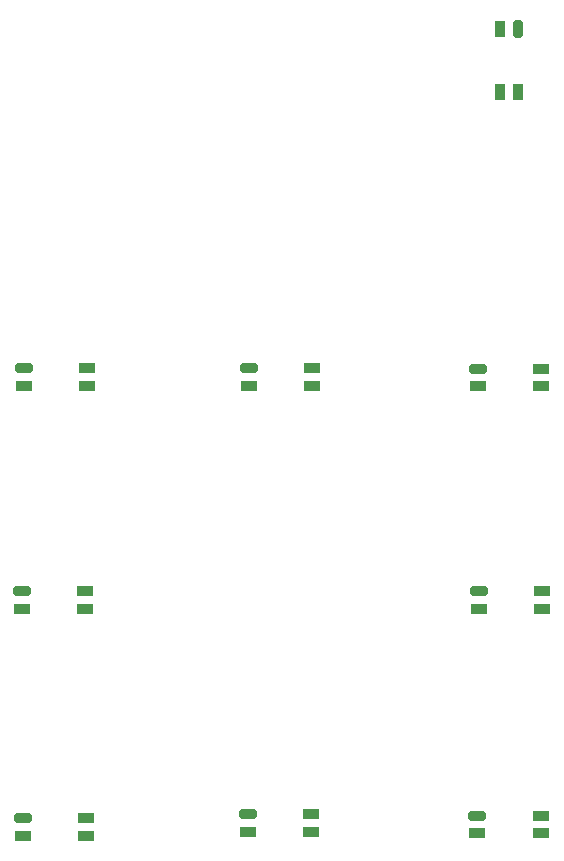
<source format=gbr>
%TF.GenerationSoftware,KiCad,Pcbnew,9.0.2*%
%TF.CreationDate,2025-07-10T19:44:47-04:00*%
%TF.ProjectId,AAPad_pcb,41415061-645f-4706-9362-2e6b69636164,rev?*%
%TF.SameCoordinates,Original*%
%TF.FileFunction,Paste,Bot*%
%TF.FilePolarity,Positive*%
%FSLAX46Y46*%
G04 Gerber Fmt 4.6, Leading zero omitted, Abs format (unit mm)*
G04 Created by KiCad (PCBNEW 9.0.2) date 2025-07-10 19:44:47*
%MOMM*%
%LPD*%
G01*
G04 APERTURE LIST*
G04 Aperture macros list*
%AMRoundRect*
0 Rectangle with rounded corners*
0 $1 Rounding radius*
0 $2 $3 $4 $5 $6 $7 $8 $9 X,Y pos of 4 corners*
0 Add a 4 corners polygon primitive as box body*
4,1,4,$2,$3,$4,$5,$6,$7,$8,$9,$2,$3,0*
0 Add four circle primitives for the rounded corners*
1,1,$1+$1,$2,$3*
1,1,$1+$1,$4,$5*
1,1,$1+$1,$6,$7*
1,1,$1+$1,$8,$9*
0 Add four rect primitives between the rounded corners*
20,1,$1+$1,$2,$3,$4,$5,0*
20,1,$1+$1,$4,$5,$6,$7,0*
20,1,$1+$1,$6,$7,$8,$9,0*
20,1,$1+$1,$8,$9,$2,$3,0*%
G04 Aperture macros list end*
%ADD10R,1.450000X0.820000*%
%ADD11RoundRect,0.205000X0.520000X0.205000X-0.520000X0.205000X-0.520000X-0.205000X0.520000X-0.205000X0*%
%ADD12R,0.820000X1.450000*%
%ADD13RoundRect,0.205000X0.205000X-0.520000X0.205000X0.520000X-0.205000X0.520000X-0.205000X-0.520000X0*%
G04 APERTURE END LIST*
D10*
%TO.C,D12*%
X114311200Y-75165100D03*
X114311200Y-73665100D03*
D11*
X108961200Y-73665100D03*
D10*
X108961200Y-75165100D03*
%TD*%
D12*
%TO.C,D10*%
X130218800Y-50300000D03*
X131718800Y-50300000D03*
D13*
X131718800Y-44950000D03*
D12*
X130218800Y-44950000D03*
%TD*%
D10*
%TO.C,D14*%
X133772900Y-94057700D03*
X133772900Y-92557700D03*
D11*
X128422900Y-92557700D03*
D10*
X128422900Y-94057700D03*
%TD*%
%TO.C,D15*%
X95104800Y-94070900D03*
X95104800Y-92570900D03*
D11*
X89754800Y-92570900D03*
D10*
X89754800Y-94070900D03*
%TD*%
%TO.C,D13*%
X95259000Y-75187400D03*
X95259000Y-73687400D03*
D11*
X89909000Y-73687400D03*
D10*
X89909000Y-75187400D03*
%TD*%
%TO.C,D17*%
X114250300Y-112956400D03*
X114250300Y-111456400D03*
D11*
X108900300Y-111456400D03*
D10*
X108900300Y-112956400D03*
%TD*%
%TO.C,D16*%
X133665300Y-113060500D03*
X133665300Y-111560500D03*
D11*
X128315300Y-111560500D03*
D10*
X128315300Y-113060500D03*
%TD*%
%TO.C,D18*%
X95169300Y-113254300D03*
X95169300Y-111754300D03*
D11*
X89819300Y-111754300D03*
D10*
X89819300Y-113254300D03*
%TD*%
%TO.C,D11*%
X133734100Y-75223900D03*
X133734100Y-73723900D03*
D11*
X128384100Y-73723900D03*
D10*
X128384100Y-75223900D03*
%TD*%
M02*

</source>
